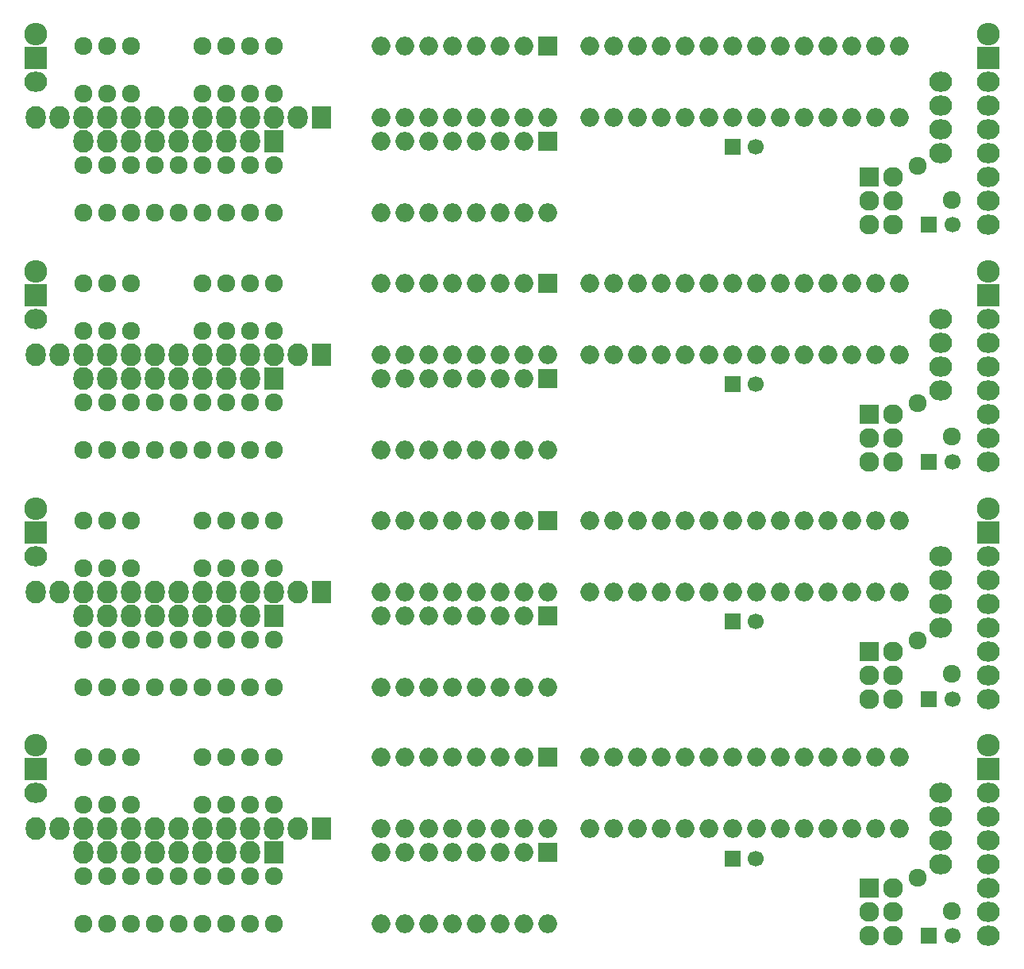
<source format=gbr>
G04 #@! TF.FileFunction,Soldermask,Bot*
%FSLAX46Y46*%
G04 Gerber Fmt 4.6, Leading zero omitted, Abs format (unit mm)*
G04 Created by KiCad (PCBNEW 4.0.4-stable) date 02/23/17 17:34:35*
%MOMM*%
%LPD*%
G01*
G04 APERTURE LIST*
%ADD10C,0.100000*%
%ADD11O,2.432000X2.127200*%
%ADD12R,2.000000X2.000000*%
%ADD13O,2.000000X2.000000*%
%ADD14R,2.432000X2.432000*%
%ADD15O,2.432000X2.432000*%
%ADD16C,1.924000*%
%ADD17R,2.127200X2.432000*%
%ADD18O,2.127200X2.432000*%
%ADD19R,2.127200X2.127200*%
%ADD20O,2.127200X2.127200*%
%ADD21R,1.700000X1.700000*%
%ADD22C,1.700000*%
G04 APERTURE END LIST*
D10*
D11*
X57805000Y-59960000D03*
X159405000Y-59960000D03*
X154325000Y-67580000D03*
X154325000Y-65040000D03*
X154325000Y-62500000D03*
X154325000Y-59960000D03*
D12*
X112415000Y-66310000D03*
D13*
X94635000Y-73930000D03*
X109875000Y-66310000D03*
X97175000Y-73930000D03*
X107335000Y-66310000D03*
X99715000Y-73930000D03*
X104795000Y-66310000D03*
X102255000Y-73930000D03*
X102255000Y-66310000D03*
X104795000Y-73930000D03*
X99715000Y-66310000D03*
X107335000Y-73930000D03*
X97175000Y-66310000D03*
X109875000Y-73930000D03*
X94635000Y-66310000D03*
X112415000Y-73930000D03*
D12*
X112415000Y-56150000D03*
D13*
X94635000Y-63770000D03*
X109875000Y-56150000D03*
X97175000Y-63770000D03*
X107335000Y-56150000D03*
X99715000Y-63770000D03*
X104795000Y-56150000D03*
X102255000Y-63770000D03*
X102255000Y-56150000D03*
X104795000Y-63770000D03*
X99715000Y-56150000D03*
X107335000Y-63770000D03*
X97175000Y-56150000D03*
X109875000Y-63770000D03*
X94635000Y-56150000D03*
X112415000Y-63770000D03*
D14*
X57805000Y-57420000D03*
D15*
X57805000Y-54880000D03*
D14*
X159405000Y-57420000D03*
D15*
X159405000Y-54880000D03*
D11*
X159405000Y-62500000D03*
X159405000Y-65040000D03*
X159405000Y-67580000D03*
X159405000Y-70120000D03*
X159405000Y-72660000D03*
X159405000Y-75200000D03*
D16*
X155486051Y-72551051D03*
X151893949Y-68958949D03*
X62885000Y-61230000D03*
X62885000Y-56150000D03*
X65425000Y-61230000D03*
X65425000Y-56150000D03*
X67965000Y-61230000D03*
X67965000Y-56150000D03*
X75585000Y-61230000D03*
X75585000Y-56150000D03*
X78125000Y-61230000D03*
X78125000Y-56150000D03*
X80665000Y-61230000D03*
X80665000Y-56150000D03*
X83205000Y-61230000D03*
X83205000Y-56150000D03*
X62885000Y-68850000D03*
X62885000Y-73930000D03*
X65425000Y-68850000D03*
X65425000Y-73930000D03*
X67965000Y-68850000D03*
X67965000Y-73930000D03*
X70505000Y-68850000D03*
X70505000Y-73930000D03*
X73045000Y-68850000D03*
X73045000Y-73930000D03*
X75585000Y-68850000D03*
X75585000Y-73930000D03*
X78125000Y-68850000D03*
X78125000Y-73930000D03*
X80665000Y-68850000D03*
X80665000Y-73930000D03*
X83205000Y-68850000D03*
X83205000Y-73930000D03*
D17*
X83205000Y-66310000D03*
D18*
X80665000Y-66310000D03*
X78125000Y-66310000D03*
X75585000Y-66310000D03*
X73045000Y-66310000D03*
X70505000Y-66310000D03*
X67965000Y-66310000D03*
X65425000Y-66310000D03*
X62885000Y-66310000D03*
D17*
X88285000Y-63770000D03*
D18*
X85745000Y-63770000D03*
X83205000Y-63770000D03*
X80665000Y-63770000D03*
X78125000Y-63770000D03*
X75585000Y-63770000D03*
X73045000Y-63770000D03*
X70505000Y-63770000D03*
X67965000Y-63770000D03*
X65425000Y-63770000D03*
X62885000Y-63770000D03*
X60345000Y-63770000D03*
X57805000Y-63770000D03*
D19*
X146705000Y-70120000D03*
D20*
X149245000Y-70120000D03*
X149245000Y-72660000D03*
X146705000Y-72660000D03*
X149245000Y-75200000D03*
X146705000Y-75200000D03*
D21*
X153055000Y-75200000D03*
D22*
X155555000Y-75200000D03*
D13*
X149880000Y-56150000D03*
X147340000Y-56150000D03*
X144800000Y-56150000D03*
X142260000Y-56150000D03*
X139720000Y-56150000D03*
X137180000Y-56150000D03*
X134640000Y-56150000D03*
X132100000Y-56150000D03*
X129560000Y-56150000D03*
X127020000Y-56150000D03*
X124480000Y-56150000D03*
X121940000Y-56150000D03*
X119400000Y-56150000D03*
X116860000Y-56150000D03*
X116860000Y-63770000D03*
X119400000Y-63770000D03*
X121940000Y-63770000D03*
X124480000Y-63770000D03*
X127020000Y-63770000D03*
X129560000Y-63770000D03*
X132100000Y-63770000D03*
X134640000Y-63770000D03*
X137180000Y-63770000D03*
X139720000Y-63770000D03*
X142260000Y-63770000D03*
X144800000Y-63770000D03*
X147340000Y-63770000D03*
X149880000Y-63770000D03*
D21*
X132100000Y-66945000D03*
D22*
X134600000Y-66945000D03*
D21*
X132100000Y-41645000D03*
D22*
X134600000Y-41645000D03*
D13*
X149880000Y-30850000D03*
X147340000Y-30850000D03*
X144800000Y-30850000D03*
X142260000Y-30850000D03*
X139720000Y-30850000D03*
X137180000Y-30850000D03*
X134640000Y-30850000D03*
X132100000Y-30850000D03*
X129560000Y-30850000D03*
X127020000Y-30850000D03*
X124480000Y-30850000D03*
X121940000Y-30850000D03*
X119400000Y-30850000D03*
X116860000Y-30850000D03*
X116860000Y-38470000D03*
X119400000Y-38470000D03*
X121940000Y-38470000D03*
X124480000Y-38470000D03*
X127020000Y-38470000D03*
X129560000Y-38470000D03*
X132100000Y-38470000D03*
X134640000Y-38470000D03*
X137180000Y-38470000D03*
X139720000Y-38470000D03*
X142260000Y-38470000D03*
X144800000Y-38470000D03*
X147340000Y-38470000D03*
X149880000Y-38470000D03*
D21*
X153055000Y-49900000D03*
D22*
X155555000Y-49900000D03*
D19*
X146705000Y-44820000D03*
D20*
X149245000Y-44820000D03*
X149245000Y-47360000D03*
X146705000Y-47360000D03*
X149245000Y-49900000D03*
X146705000Y-49900000D03*
D17*
X88285000Y-38470000D03*
D18*
X85745000Y-38470000D03*
X83205000Y-38470000D03*
X80665000Y-38470000D03*
X78125000Y-38470000D03*
X75585000Y-38470000D03*
X73045000Y-38470000D03*
X70505000Y-38470000D03*
X67965000Y-38470000D03*
X65425000Y-38470000D03*
X62885000Y-38470000D03*
X60345000Y-38470000D03*
X57805000Y-38470000D03*
D17*
X83205000Y-41010000D03*
D18*
X80665000Y-41010000D03*
X78125000Y-41010000D03*
X75585000Y-41010000D03*
X73045000Y-41010000D03*
X70505000Y-41010000D03*
X67965000Y-41010000D03*
X65425000Y-41010000D03*
X62885000Y-41010000D03*
D16*
X83205000Y-43550000D03*
X83205000Y-48630000D03*
X80665000Y-43550000D03*
X80665000Y-48630000D03*
X78125000Y-43550000D03*
X78125000Y-48630000D03*
X75585000Y-43550000D03*
X75585000Y-48630000D03*
X73045000Y-43550000D03*
X73045000Y-48630000D03*
X70505000Y-43550000D03*
X70505000Y-48630000D03*
X67965000Y-43550000D03*
X67965000Y-48630000D03*
X65425000Y-43550000D03*
X65425000Y-48630000D03*
X62885000Y-43550000D03*
X62885000Y-48630000D03*
X83205000Y-35930000D03*
X83205000Y-30850000D03*
X80665000Y-35930000D03*
X80665000Y-30850000D03*
X78125000Y-35930000D03*
X78125000Y-30850000D03*
X75585000Y-35930000D03*
X75585000Y-30850000D03*
X67965000Y-35930000D03*
X67965000Y-30850000D03*
X65425000Y-35930000D03*
X65425000Y-30850000D03*
X62885000Y-35930000D03*
X62885000Y-30850000D03*
X155486051Y-47251051D03*
X151893949Y-43658949D03*
D11*
X159405000Y-37200000D03*
X159405000Y-39740000D03*
X159405000Y-42280000D03*
X159405000Y-44820000D03*
X159405000Y-47360000D03*
X159405000Y-49900000D03*
D14*
X159405000Y-32120000D03*
D15*
X159405000Y-29580000D03*
D14*
X57805000Y-32120000D03*
D15*
X57805000Y-29580000D03*
D12*
X112415000Y-30850000D03*
D13*
X94635000Y-38470000D03*
X109875000Y-30850000D03*
X97175000Y-38470000D03*
X107335000Y-30850000D03*
X99715000Y-38470000D03*
X104795000Y-30850000D03*
X102255000Y-38470000D03*
X102255000Y-30850000D03*
X104795000Y-38470000D03*
X99715000Y-30850000D03*
X107335000Y-38470000D03*
X97175000Y-30850000D03*
X109875000Y-38470000D03*
X94635000Y-30850000D03*
X112415000Y-38470000D03*
D12*
X112415000Y-41010000D03*
D13*
X94635000Y-48630000D03*
X109875000Y-41010000D03*
X97175000Y-48630000D03*
X107335000Y-41010000D03*
X99715000Y-48630000D03*
X104795000Y-41010000D03*
X102255000Y-48630000D03*
X102255000Y-41010000D03*
X104795000Y-48630000D03*
X99715000Y-41010000D03*
X107335000Y-48630000D03*
X97175000Y-41010000D03*
X109875000Y-48630000D03*
X94635000Y-41010000D03*
X112415000Y-48630000D03*
D11*
X154325000Y-42280000D03*
X154325000Y-39740000D03*
X154325000Y-37200000D03*
X154325000Y-34660000D03*
X159405000Y-34660000D03*
X57805000Y-34660000D03*
X57805000Y-85260000D03*
X159405000Y-85260000D03*
X154325000Y-92880000D03*
X154325000Y-90340000D03*
X154325000Y-87800000D03*
X154325000Y-85260000D03*
D12*
X112415000Y-91610000D03*
D13*
X94635000Y-99230000D03*
X109875000Y-91610000D03*
X97175000Y-99230000D03*
X107335000Y-91610000D03*
X99715000Y-99230000D03*
X104795000Y-91610000D03*
X102255000Y-99230000D03*
X102255000Y-91610000D03*
X104795000Y-99230000D03*
X99715000Y-91610000D03*
X107335000Y-99230000D03*
X97175000Y-91610000D03*
X109875000Y-99230000D03*
X94635000Y-91610000D03*
X112415000Y-99230000D03*
D12*
X112415000Y-81450000D03*
D13*
X94635000Y-89070000D03*
X109875000Y-81450000D03*
X97175000Y-89070000D03*
X107335000Y-81450000D03*
X99715000Y-89070000D03*
X104795000Y-81450000D03*
X102255000Y-89070000D03*
X102255000Y-81450000D03*
X104795000Y-89070000D03*
X99715000Y-81450000D03*
X107335000Y-89070000D03*
X97175000Y-81450000D03*
X109875000Y-89070000D03*
X94635000Y-81450000D03*
X112415000Y-89070000D03*
D14*
X57805000Y-82720000D03*
D15*
X57805000Y-80180000D03*
D14*
X159405000Y-82720000D03*
D15*
X159405000Y-80180000D03*
D11*
X159405000Y-87800000D03*
X159405000Y-90340000D03*
X159405000Y-92880000D03*
X159405000Y-95420000D03*
X159405000Y-97960000D03*
X159405000Y-100500000D03*
D16*
X155486051Y-97851051D03*
X151893949Y-94258949D03*
X62885000Y-86530000D03*
X62885000Y-81450000D03*
X65425000Y-86530000D03*
X65425000Y-81450000D03*
X67965000Y-86530000D03*
X67965000Y-81450000D03*
X75585000Y-86530000D03*
X75585000Y-81450000D03*
X78125000Y-86530000D03*
X78125000Y-81450000D03*
X80665000Y-86530000D03*
X80665000Y-81450000D03*
X83205000Y-86530000D03*
X83205000Y-81450000D03*
X62885000Y-94150000D03*
X62885000Y-99230000D03*
X65425000Y-94150000D03*
X65425000Y-99230000D03*
X67965000Y-94150000D03*
X67965000Y-99230000D03*
X70505000Y-94150000D03*
X70505000Y-99230000D03*
X73045000Y-94150000D03*
X73045000Y-99230000D03*
X75585000Y-94150000D03*
X75585000Y-99230000D03*
X78125000Y-94150000D03*
X78125000Y-99230000D03*
X80665000Y-94150000D03*
X80665000Y-99230000D03*
X83205000Y-94150000D03*
X83205000Y-99230000D03*
D17*
X83205000Y-91610000D03*
D18*
X80665000Y-91610000D03*
X78125000Y-91610000D03*
X75585000Y-91610000D03*
X73045000Y-91610000D03*
X70505000Y-91610000D03*
X67965000Y-91610000D03*
X65425000Y-91610000D03*
X62885000Y-91610000D03*
D17*
X88285000Y-89070000D03*
D18*
X85745000Y-89070000D03*
X83205000Y-89070000D03*
X80665000Y-89070000D03*
X78125000Y-89070000D03*
X75585000Y-89070000D03*
X73045000Y-89070000D03*
X70505000Y-89070000D03*
X67965000Y-89070000D03*
X65425000Y-89070000D03*
X62885000Y-89070000D03*
X60345000Y-89070000D03*
X57805000Y-89070000D03*
D19*
X146705000Y-95420000D03*
D20*
X149245000Y-95420000D03*
X149245000Y-97960000D03*
X146705000Y-97960000D03*
X149245000Y-100500000D03*
X146705000Y-100500000D03*
D21*
X153055000Y-100500000D03*
D22*
X155555000Y-100500000D03*
D13*
X149880000Y-81450000D03*
X147340000Y-81450000D03*
X144800000Y-81450000D03*
X142260000Y-81450000D03*
X139720000Y-81450000D03*
X137180000Y-81450000D03*
X134640000Y-81450000D03*
X132100000Y-81450000D03*
X129560000Y-81450000D03*
X127020000Y-81450000D03*
X124480000Y-81450000D03*
X121940000Y-81450000D03*
X119400000Y-81450000D03*
X116860000Y-81450000D03*
X116860000Y-89070000D03*
X119400000Y-89070000D03*
X121940000Y-89070000D03*
X124480000Y-89070000D03*
X127020000Y-89070000D03*
X129560000Y-89070000D03*
X132100000Y-89070000D03*
X134640000Y-89070000D03*
X137180000Y-89070000D03*
X139720000Y-89070000D03*
X142260000Y-89070000D03*
X144800000Y-89070000D03*
X147340000Y-89070000D03*
X149880000Y-89070000D03*
D21*
X132100000Y-92245000D03*
D22*
X134600000Y-92245000D03*
D21*
X132100000Y-117545000D03*
D22*
X134600000Y-117545000D03*
D13*
X149880000Y-106750000D03*
X147340000Y-106750000D03*
X144800000Y-106750000D03*
X142260000Y-106750000D03*
X139720000Y-106750000D03*
X137180000Y-106750000D03*
X134640000Y-106750000D03*
X132100000Y-106750000D03*
X129560000Y-106750000D03*
X127020000Y-106750000D03*
X124480000Y-106750000D03*
X121940000Y-106750000D03*
X119400000Y-106750000D03*
X116860000Y-106750000D03*
X116860000Y-114370000D03*
X119400000Y-114370000D03*
X121940000Y-114370000D03*
X124480000Y-114370000D03*
X127020000Y-114370000D03*
X129560000Y-114370000D03*
X132100000Y-114370000D03*
X134640000Y-114370000D03*
X137180000Y-114370000D03*
X139720000Y-114370000D03*
X142260000Y-114370000D03*
X144800000Y-114370000D03*
X147340000Y-114370000D03*
X149880000Y-114370000D03*
D21*
X153055000Y-125800000D03*
D22*
X155555000Y-125800000D03*
D19*
X146705000Y-120720000D03*
D20*
X149245000Y-120720000D03*
X149245000Y-123260000D03*
X146705000Y-123260000D03*
X149245000Y-125800000D03*
X146705000Y-125800000D03*
D17*
X88285000Y-114370000D03*
D18*
X85745000Y-114370000D03*
X83205000Y-114370000D03*
X80665000Y-114370000D03*
X78125000Y-114370000D03*
X75585000Y-114370000D03*
X73045000Y-114370000D03*
X70505000Y-114370000D03*
X67965000Y-114370000D03*
X65425000Y-114370000D03*
X62885000Y-114370000D03*
X60345000Y-114370000D03*
X57805000Y-114370000D03*
D17*
X83205000Y-116910000D03*
D18*
X80665000Y-116910000D03*
X78125000Y-116910000D03*
X75585000Y-116910000D03*
X73045000Y-116910000D03*
X70505000Y-116910000D03*
X67965000Y-116910000D03*
X65425000Y-116910000D03*
X62885000Y-116910000D03*
D16*
X83205000Y-119450000D03*
X83205000Y-124530000D03*
X80665000Y-119450000D03*
X80665000Y-124530000D03*
X78125000Y-119450000D03*
X78125000Y-124530000D03*
X75585000Y-119450000D03*
X75585000Y-124530000D03*
X73045000Y-119450000D03*
X73045000Y-124530000D03*
X70505000Y-119450000D03*
X70505000Y-124530000D03*
X67965000Y-119450000D03*
X67965000Y-124530000D03*
X65425000Y-119450000D03*
X65425000Y-124530000D03*
X62885000Y-119450000D03*
X62885000Y-124530000D03*
X83205000Y-111830000D03*
X83205000Y-106750000D03*
X80665000Y-111830000D03*
X80665000Y-106750000D03*
X78125000Y-111830000D03*
X78125000Y-106750000D03*
X75585000Y-111830000D03*
X75585000Y-106750000D03*
X67965000Y-111830000D03*
X67965000Y-106750000D03*
X65425000Y-111830000D03*
X65425000Y-106750000D03*
X62885000Y-111830000D03*
X62885000Y-106750000D03*
X155486051Y-123151051D03*
X151893949Y-119558949D03*
D11*
X159405000Y-113100000D03*
X159405000Y-115640000D03*
X159405000Y-118180000D03*
X159405000Y-120720000D03*
X159405000Y-123260000D03*
X159405000Y-125800000D03*
D14*
X159405000Y-108020000D03*
D15*
X159405000Y-105480000D03*
D14*
X57805000Y-108020000D03*
D15*
X57805000Y-105480000D03*
D12*
X112415000Y-106750000D03*
D13*
X94635000Y-114370000D03*
X109875000Y-106750000D03*
X97175000Y-114370000D03*
X107335000Y-106750000D03*
X99715000Y-114370000D03*
X104795000Y-106750000D03*
X102255000Y-114370000D03*
X102255000Y-106750000D03*
X104795000Y-114370000D03*
X99715000Y-106750000D03*
X107335000Y-114370000D03*
X97175000Y-106750000D03*
X109875000Y-114370000D03*
X94635000Y-106750000D03*
X112415000Y-114370000D03*
D12*
X112415000Y-116910000D03*
D13*
X94635000Y-124530000D03*
X109875000Y-116910000D03*
X97175000Y-124530000D03*
X107335000Y-116910000D03*
X99715000Y-124530000D03*
X104795000Y-116910000D03*
X102255000Y-124530000D03*
X102255000Y-116910000D03*
X104795000Y-124530000D03*
X99715000Y-116910000D03*
X107335000Y-124530000D03*
X97175000Y-116910000D03*
X109875000Y-124530000D03*
X94635000Y-116910000D03*
X112415000Y-124530000D03*
D11*
X154325000Y-118180000D03*
X154325000Y-115640000D03*
X154325000Y-113100000D03*
X154325000Y-110560000D03*
X159405000Y-110560000D03*
X57805000Y-110560000D03*
M02*

</source>
